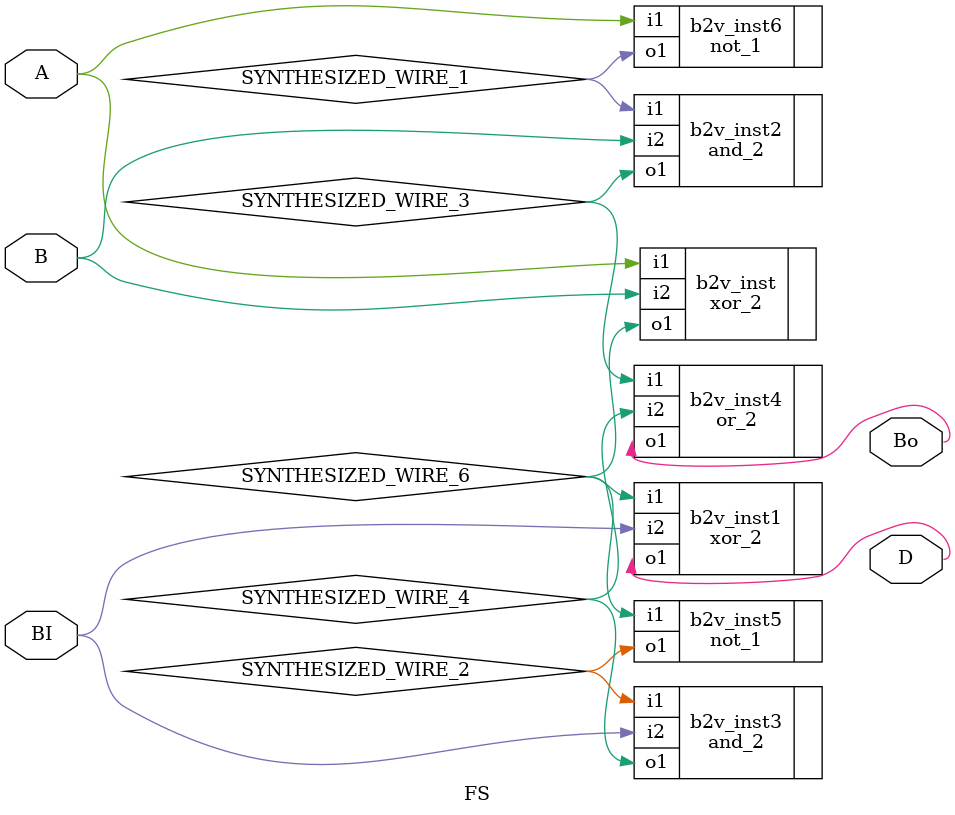
<source format=v>


module FS(
	A,
	B,
	BI,
	Bo,
	D
);


input wire	A;
input wire	B;
input wire	BI;
output wire	Bo;
output wire	D;

wire	SYNTHESIZED_WIRE_6;
wire	SYNTHESIZED_WIRE_1;
wire	SYNTHESIZED_WIRE_2;
wire	SYNTHESIZED_WIRE_3;
wire	SYNTHESIZED_WIRE_4;





xor_2	b2v_inst(
	.i1(A),
	.i2(B),
	.o1(SYNTHESIZED_WIRE_6));


xor_2	b2v_inst1(
	.i1(SYNTHESIZED_WIRE_6),
	.i2(BI),
	.o1(D));


and_2	b2v_inst2(
	.i1(SYNTHESIZED_WIRE_1),
	.i2(B),
	.o1(SYNTHESIZED_WIRE_3));


and_2	b2v_inst3(
	.i1(SYNTHESIZED_WIRE_2),
	.i2(BI),
	.o1(SYNTHESIZED_WIRE_4));


or_2	b2v_inst4(
	.i1(SYNTHESIZED_WIRE_3),
	.i2(SYNTHESIZED_WIRE_4),
	.o1(Bo));


not_1	b2v_inst5(
	.i1(SYNTHESIZED_WIRE_6),
	.o1(SYNTHESIZED_WIRE_2));


not_1	b2v_inst6(
	.i1(A),
	.o1(SYNTHESIZED_WIRE_1));


endmodule

</source>
